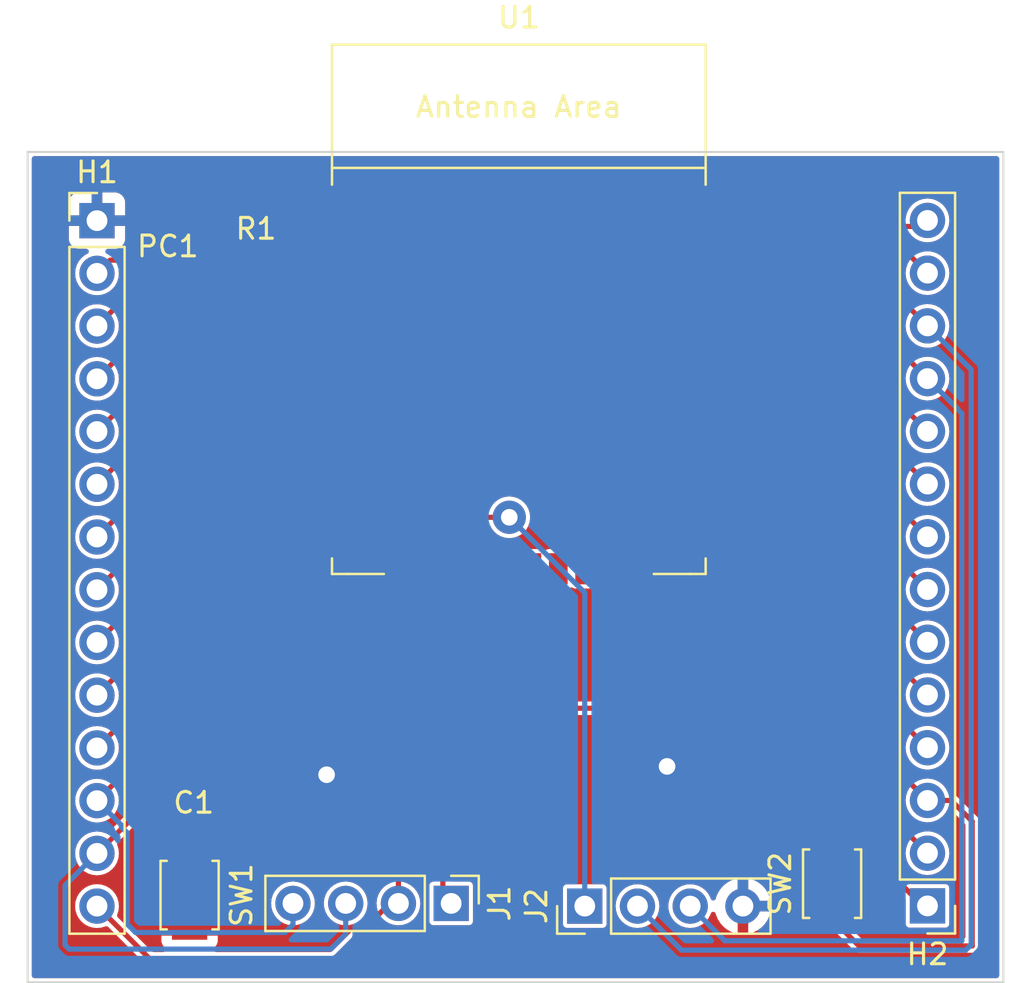
<source format=kicad_pcb>
(kicad_pcb (version 20211014) (generator pcbnew)
  (layers (0 "F.Cu" signal) (31 "B.Cu" signal) (34 "B.Paste" user) (35 "F.Paste" user) (36 "B.SilkS" user "B.Silkscreen") (37 "F.SilkS" user "F.Silkscreen") (38 "B.Mask" user) (39 "F.Mask" user) (44 "Edge.Cuts" user))
  (net 0 "")
  (net 8 "GND")
  (net 9 "Net-(C1-Pad2)")
  (net 10 "+3V3")
  (net 11 "/I36")
  (net 12 "/I39")
  (net 13 "/I34")
  (net 14 "/I35")
  (net 15 "/IO15")
  (net 16 "/IO13")
  (net 17 "/IO12")
  (net 18 "/IO14")
  (net 19 "/IO1")
  (net 20 "/IO3")
  (net 21 "/IO0")
  (net 22 "/IO33")
  (net 23 "/IO32")
  (net 24 "/IO25")
  (net 25 "/IO26")
  (net 26 "/IO27")
  (net 27 "/IO2")
  (net 28 "/IO4")
  (net 29 "/IO16")
  (net 30 "/IO17")
  (net 31 "/IO5")
  (net 32 "/IO18")
  (net 33 "/IO19")
  (net 34 "/IO21")
  (net 35 "/IO22")
  (net 36 "/IO23")
  (footprint "Connector_PinHeader_2.54mm:PinHeader_1x14_P2.54mm_Vertical" (layer "F.Cu") (at 93.345 100.32 180)
    (fp_text reference "H2" (at 0 -2.33) (layer "F.SilkS"))
    (fp_text value "Conn_01x14")
    (fp_line (start -1.33 34.35) (end 1.33 34.35) (layer "F.SilkS") (width 0.12))
    (fp_line (start -1.33 0) (end -1.33 -1.33) (layer "F.SilkS") (width 0.12))
    (fp_line (start 1.33 1.27) (end 1.33 34.35) (layer "F.SilkS") (width 0.12))
    (fp_line (start -1.33 1.27) (end 1.33 1.27) (layer "F.SilkS") (width 0.12))
    (fp_line (start -1.33 -1.33) (end 0 -1.33) (layer "F.SilkS") (width 0.12))
    (fp_line (start -1.33 1.27) (end -1.33 34.35) (layer "F.SilkS") (width 0.12))
    (pad "1" thru_hole rect (at 0 0 180) (size 1.7 1.7) (drill 1) (layers *.Cu *.Mask) (net 15 "/IO15"))
    (pad "2" thru_hole oval (at 0 2.54 180) (size 1.7 1.7) (drill 1) (layers *.Cu *.Mask) (net 27 "/IO2"))
    (pad "3" thru_hole oval (at 0 5.08 180) (size 1.7 1.7) (drill 1) (layers *.Cu *.Mask) (net 21 "/IO0"))
    (pad "4" thru_hole oval (at 0 7.62 180) (size 1.7 1.7) (drill 1) (layers *.Cu *.Mask) (net 28 "/IO4"))
    (pad "5" thru_hole oval (at 0 10.16 180) (size 1.7 1.7) (drill 1) (layers *.Cu *.Mask) (net 29 "/IO16"))
    (pad "6" thru_hole oval (at 0 12.7 180) (size 1.7 1.7) (drill 1) (layers *.Cu *.Mask) (net 30 "/IO17"))
    (pad "7" thru_hole oval (at 0 15.24 180) (size 1.7 1.7) (drill 1) (layers *.Cu *.Mask) (net 31 "/IO5"))
    (pad "8" thru_hole oval (at 0 17.78 180) (size 1.7 1.7) (drill 1) (layers *.Cu *.Mask) (net 32 "/IO18"))
    (pad "9" thru_hole oval (at 0 20.32 180) (size 1.7 1.7) (drill 1) (layers *.Cu *.Mask) (net 33 "/IO19"))
    (pad "10" thru_hole oval (at 0 22.86 180) (size 1.7 1.7) (drill 1) (layers *.Cu *.Mask) (net 34 "/IO21"))
    (pad "11" thru_hole oval (at 0 25.4 180) (size 1.7 1.7) (drill 1) (layers *.Cu *.Mask) (net 20 "/IO3"))
    (pad "12" thru_hole oval (at 0 27.94 180) (size 1.7 1.7) (drill 1) (layers *.Cu *.Mask) (net 19 "/IO1"))
    (pad "13" thru_hole oval (at 0 30.48 180) (size 1.7 1.7) (drill 1) (layers *.Cu *.Mask) (net 35 "/IO22"))
    (pad "14" thru_hole oval (at 0 33.02 180) (size 1.7 1.7) (drill 1) (layers *.Cu *.Mask) (net 36 "/IO23"))
  )
  (footprint "Connector_PinHeader_2.54mm:PinHeader_1x14_P2.54mm_Vertical" (layer "F.Cu") (at 53.34 67.31)
    (fp_text reference "H1" (at 0 -2.33) (layer "F.SilkS"))
    (fp_text value "Conn_01x14")
    (fp_line (start 1.33 1.27) (end 1.33 34.35) (layer "F.SilkS") (width 0.12))
    (fp_line (start -1.33 1.27) (end -1.33 34.35) (layer "F.SilkS") (width 0.12))
    (fp_line (start -1.33 0) (end -1.33 -1.33) (layer "F.SilkS") (width 0.12))
    (fp_line (start -1.33 34.35) (end 1.33 34.35) (layer "F.SilkS") (width 0.12))
    (fp_line (start -1.33 1.27) (end 1.33 1.27) (layer "F.SilkS") (width 0.12))
    (fp_line (start -1.33 -1.33) (end 0 -1.33) (layer "F.SilkS") (width 0.12))
    (pad "1" thru_hole rect (at 0 0) (size 1.7 1.7) (drill 1) (layers *.Cu *.Mask) (net 8 "GND"))
    (pad "2" thru_hole oval (at 0 2.54) (size 1.7 1.7) (drill 1) (layers *.Cu *.Mask) (net 10 "+3V3"))
    (pad "3" thru_hole oval (at 0 5.08) (size 1.7 1.7) (drill 1) (layers *.Cu *.Mask) (net 11 "/I36"))
    (pad "4" thru_hole oval (at 0 7.62) (size 1.7 1.7) (drill 1) (layers *.Cu *.Mask) (net 12 "/I39"))
    (pad "5" thru_hole oval (at 0 10.16) (size 1.7 1.7) (drill 1) (layers *.Cu *.Mask) (net 13 "/I34"))
    (pad "6" thru_hole oval (at 0 12.7) (size 1.7 1.7) (drill 1) (layers *.Cu *.Mask) (net 14 "/I35"))
    (pad "7" thru_hole oval (at 0 15.24) (size 1.7 1.7) (drill 1) (layers *.Cu *.Mask) (net 23 "/IO32"))
    (pad "8" thru_hole oval (at 0 17.78) (size 1.7 1.7) (drill 1) (layers *.Cu *.Mask) (net 22 "/IO33"))
    (pad "9" thru_hole oval (at 0 20.32) (size 1.7 1.7) (drill 1) (layers *.Cu *.Mask) (net 24 "/IO25"))
    (pad "10" thru_hole oval (at 0 22.86) (size 1.7 1.7) (drill 1) (layers *.Cu *.Mask) (net 25 "/IO26"))
    (pad "11" thru_hole oval (at 0 25.4) (size 1.7 1.7) (drill 1) (layers *.Cu *.Mask) (net 26 "/IO27"))
    (pad "12" thru_hole oval (at 0 27.94) (size 1.7 1.7) (drill 1) (layers *.Cu *.Mask) (net 18 "/IO14"))
    (pad "13" thru_hole oval (at 0 30.48) (size 1.7 1.7) (drill 1) (layers *.Cu *.Mask) (net 17 "/IO12"))
    (pad "14" thru_hole oval (at 0 33.02) (size 1.7 1.7) (drill 1) (layers *.Cu *.Mask) (net 16 "/IO13"))
  )
  (footprint "Capacitor_SMD:C_0201_0603Metric_Pad0.64x0.40mm_HandSolder" (layer "F.Cu") (at 56.75 67.5 180)
    (fp_text reference "PC1" (at 0 -1.05 180) (layer "F.SilkS"))
    (fp_text value "C")
    (pad "1" smd roundrect (at -0.4075 0 180) (size 0.635 0.4) (layers "F.Cu" "F.Mask") (net 10 "+3V3"))
    (pad "2" smd roundrect (at 0.4075 0 180) (size 0.635 0.4) (layers "F.Cu" "F.Mask") (net 8 "GND"))
  )
  (footprint "Espressif:ESP32-WROOM-32E" (layer "F.Cu") (at 73.66 73.33)
    (fp_text reference "U1" (at 0 -15.8) (layer "F.SilkS"))
    (fp_text value "ESP32-WROOM-E")
    (fp_text user "Antenna Area" (at 0 -11.5) (layer "F.SilkS"))
    (fp_line (start 9 10.25) (end 9 11) (layer "F.SilkS") (width 0.12))
    (fp_line (start 9 -8.56) (end -9 -8.56) (layer "F.SilkS") (width 0.12))
    (fp_line (start 9 11) (end 8.25 11) (layer "F.SilkS") (width 0.12))
    (fp_line (start -8.25 11) (end -6.5 11) (layer "F.SilkS") (width 0.12))
    (fp_line (start -9 11) (end -8.25 11) (layer "F.SilkS") (width 0.12))
    (fp_line (start -9 10.25) (end -9 11) (layer "F.SilkS") (width 0.12))
    (fp_line (start 9 -14.5) (end 9 -7.75) (layer "F.SilkS") (width 0.12))
    (fp_line (start 8.25 11) (end 6.5 11) (layer "F.SilkS") (width 0.12))
    (fp_line (start -9 -14.5) (end 9 -14.5) (layer "F.SilkS") (width 0.12))
    (fp_line (start -9 -14.5) (end -9 -7.75) (layer "F.SilkS") (width 0.12))
    (pad "1" smd rect locked (at -8.75 -7.01) (size 1.5 0.9) (layers "F.Cu" "F.Paste" "F.Mask") (net 8 "GND"))
    (pad "2" smd rect locked (at -8.75 -5.74) (size 1.5 0.9) (layers "F.Cu" "F.Paste" "F.Mask") (net 10 "+3V3"))
    (pad "3" smd rect locked (at -8.75 -4.47) (size 1.5 0.9) (layers "F.Cu" "F.Paste" "F.Mask") (net 9 "Net-(C1-Pad2)"))
    (pad "4" smd rect locked (at -8.75 -3.2) (size 1.5 0.9) (layers "F.Cu" "F.Paste" "F.Mask") (net 11 "/I36"))
    (pad "5" smd rect locked (at -8.75 -1.93) (size 1.5 0.9) (layers "F.Cu" "F.Paste" "F.Mask") (net 12 "/I39"))
    (pad "6" smd rect locked (at -8.75 -0.66) (size 1.5 0.9) (layers "F.Cu" "F.Paste" "F.Mask") (net 13 "/I34"))
    (pad "7" smd rect locked (at -8.75 0.61) (size 1.5 0.9) (layers "F.Cu" "F.Paste" "F.Mask") (net 14 "/I35"))
    (pad "8" smd rect locked (at -8.75 1.88) (size 1.5 0.9) (layers "F.Cu" "F.Paste" "F.Mask") (net 23 "/IO32"))
    (pad "9" smd rect locked (at -8.75 3.15) (size 1.5 0.9) (layers "F.Cu" "F.Paste" "F.Mask") (net 22 "/IO33"))
    (pad "10" smd rect locked (at -8.75 4.42) (size 1.5 0.9) (layers "F.Cu" "F.Paste" "F.Mask") (net 24 "/IO25"))
    (pad "11" smd rect locked (at -8.75 5.69) (size 1.5 0.9) (layers "F.Cu" "F.Paste" "F.Mask") (net 25 "/IO26"))
    (pad "12" smd rect locked (at -8.75 6.96) (size 1.5 0.9) (layers "F.Cu" "F.Paste" "F.Mask") (net 26 "/IO27"))
    (pad "13" smd rect locked (at -8.75 8.23) (size 1.5 0.9) (layers "F.Cu" "F.Paste" "F.Mask") (net 18 "/IO14"))
    (pad "14" smd rect locked (at -8.75 9.5) (size 1.5 0.9) (layers "F.Cu" "F.Paste" "F.Mask") (net 17 "/IO12"))
    (pad "15" smd rect locked (at -5.72 10.75 90) (size 1.5 0.9) (layers "F.Cu" "F.Paste" "F.Mask") (net 8 "GND"))
    (pad "16" smd rect locked (at -4.45 10.75 90) (size 1.5 0.9) (layers "F.Cu" "F.Paste" "F.Mask") (net 16 "/IO13"))
    (pad "17" smd rect locked (at -3.18 10.75 90) (size 1.5 0.9) (layers "F.Cu" "F.Paste" "F.Mask"))
    (pad "18" smd rect locked (at -1.91 10.75 90) (size 1.5 0.9) (layers "F.Cu" "F.Paste" "F.Mask"))
    (pad "19" smd rect locked (at -0.64 10.75 90) (size 1.5 0.9) (layers "F.Cu" "F.Paste" "F.Mask"))
    (pad "20" smd rect locked (at 0.63 10.75 90) (size 1.5 0.9) (layers "F.Cu" "F.Paste" "F.Mask"))
    (pad "21" smd rect locked (at 1.9 10.75 90) (size 1.5 0.9) (layers "F.Cu" "F.Paste" "F.Mask"))
    (pad "22" smd rect locked (at 3.17 10.75 90) (size 1.5 0.9) (layers "F.Cu" "F.Paste" "F.Mask"))
    (pad "23" smd rect locked (at 4.44 10.75 90) (size 1.5 0.9) (layers "F.Cu" "F.Paste" "F.Mask") (net 15 "/IO15"))
    (pad "24" smd rect locked (at 5.71 10.75 90) (size 1.5 0.9) (layers "F.Cu" "F.Paste" "F.Mask") (net 27 "/IO2"))
    (pad "25" smd rect locked (at 8.75 9.5 180) (size 1.5 0.9) (layers "F.Cu" "F.Paste" "F.Mask") (net 21 "/IO0"))
    (pad "26" smd rect locked (at 8.75 8.23 180) (size 1.5 0.9) (layers "F.Cu" "F.Paste" "F.Mask") (net 28 "/IO4"))
    (pad "27" smd rect locked (at 8.75 6.96 180) (size 1.5 0.9) (layers "F.Cu" "F.Paste" "F.Mask") (net 29 "/IO16"))
    (pad "28" smd rect locked (at 8.75 5.69 180) (size 1.5 0.9) (layers "F.Cu" "F.Paste" "F.Mask") (net 30 "/IO17"))
    (pad "29" smd rect locked (at 8.75 4.42 180) (size 1.5 0.9) (layers "F.Cu" "F.Paste" "F.Mask") (net 31 "/IO5"))
    (pad "30" smd rect locked (at 8.75 3.15 180) (size 1.5 0.9) (layers "F.Cu" "F.Paste" "F.Mask") (net 32 "/IO18"))
    (pad "31" smd rect locked (at 8.75 1.88 180) (size 1.5 0.9) (layers "F.Cu" "F.Paste" "F.Mask") (net 33 "/IO19"))
    (pad "32" smd rect locked (at 8.75 0.61 180) (size 1.5 0.9) (layers "F.Cu" "F.Paste" "F.Mask"))
    (pad "33" smd rect locked (at 8.75 -0.66 180) (size 1.5 0.9) (layers "F.Cu" "F.Paste" "F.Mask") (net 34 "/IO21"))
    (pad "34" smd rect locked (at 8.75 -1.93 180) (size 1.5 0.9) (layers "F.Cu" "F.Paste" "F.Mask") (net 20 "/IO3"))
    (pad "35" smd rect locked (at 8.75 -3.2 180) (size 1.5 0.9) (layers "F.Cu" "F.Paste" "F.Mask") (net 19 "/IO1"))
    (pad "36" smd rect locked (at 8.75 -4.47 180) (size 1.5 0.9) (layers "F.Cu" "F.Paste" "F.Mask") (net 35 "/IO22"))
    (pad "37" smd rect locked (at 8.75 -5.74 180) (size 1.5 0.9) (layers "F.Cu" "F.Paste" "F.Mask") (net 36 "/IO23"))
    (pad "38" smd rect locked (at 8.75 -7.01 180) (size 1.5 0.9) (layers "F.Cu" "F.Paste" "F.Mask") (net 8 "GND"))
    (pad "39" smd rect locked (at -0.68 1.855 180) (size 1.05 1.05) (layers "F.Cu" "F.Paste" "F.Mask") (net 8 "GND"))
    (pad "39" smd rect locked (at 0.845 1.855 180) (size 1.05 1.05) (layers "F.Cu" "F.Paste" "F.Mask") (net 8 "GND"))
    (pad "39" smd rect locked (at -2.205 0.33 180) (size 1.05 1.05) (layers "F.Cu" "F.Paste" "F.Mask") (net 8 "GND"))
    (pad "39" smd rect locked (at -0.68 -1.195 180) (size 1.05 1.05) (layers "F.Cu" "F.Paste" "F.Mask") (net 8 "GND"))
    (pad "39" smd rect locked (at 0.845 0.33 180) (size 1.05 1.05) (layers "F.Cu" "F.Paste" "F.Mask") (net 8 "GND"))
    (pad "39" smd rect locked (at -2.205 1.855 180) (size 1.05 1.05) (layers "F.Cu" "F.Paste" "F.Mask") (net 8 "GND"))
    (pad "39" smd rect locked (at -2.205 -1.195 180) (size 1.05 1.05) (layers "F.Cu" "F.Paste" "F.Mask") (net 8 "GND"))
    (pad "39" smd rect locked (at -0.68 0.33 180) (size 1.05 1.05) (layers "F.Cu" "F.Paste" "F.Mask") (net 8 "GND"))
    (pad "39" smd rect locked (at 0.845 -1.195 180) (size 1.05 1.05) (layers "F.Cu" "F.Paste" "F.Mask") (net 8 "GND"))
  )
  (footprint "Capacitor_SMD:C_0201_0603Metric_Pad0.64x0.40mm_HandSolder" (layer "F.Cu") (at 58 96.4)
    (fp_text reference "C1" (at 0 -1.05) (layer "F.SilkS"))
    (fp_text value "1 uF")
    (pad "1" smd roundrect locked (at -0.4075 0) (size 0.635 0.4) (layers "F.Cu" "F.Mask") (net 8 "GND"))
    (pad "2" smd roundrect locked (at 0.4075 0) (size 0.635 0.4) (layers "F.Cu" "F.Mask") (net 9 "Net-(C1-Pad2)"))
  )
  (footprint "Connector_PinHeader_2.54mm:PinHeader_1x04_P2.54mm_Vertical" (layer "F.Cu") (at 70.4 100.2 -90)
    (fp_text reference "J1" (at 0 -2.33 90) (layer "F.SilkS"))
    (fp_text value "JTAG")
    (fp_line (start -1.33 8.95) (end 1.33 8.95) (layer "F.SilkS") (width 0.12))
    (fp_line (start -1.33 0) (end -1.33 -1.33) (layer "F.SilkS") (width 0.12))
    (fp_line (start -1.33 -1.33) (end 0 -1.33) (layer "F.SilkS") (width 0.12))
    (fp_line (start -1.33 1.27) (end 1.33 1.27) (layer "F.SilkS") (width 0.12))
    (fp_line (start 1.33 1.27) (end 1.33 8.95) (layer "F.SilkS") (width 0.12))
    (fp_line (start -1.33 1.27) (end -1.33 8.95) (layer "F.SilkS") (width 0.12))
    (pad "1" thru_hole rect (at 0 0 270) (size 1.7 1.7) (drill 1) (layers *.Cu *.Mask) (net 15 "/IO15"))
    (pad "2" thru_hole oval (at 0 2.54 270) (size 1.7 1.7) (drill 1) (layers *.Cu *.Mask) (net 16 "/IO13"))
    (pad "3" thru_hole oval (at 0 5.08 270) (size 1.7 1.7) (drill 1) (layers *.Cu *.Mask) (net 17 "/IO12"))
    (pad "4" thru_hole oval (at 0 7.62 270) (size 1.7 1.7) (drill 1) (layers *.Cu *.Mask) (net 18 "/IO14"))
  )
  (footprint "Button_Switch_SMD:SW_SPST_B3U-1000P" (layer "F.Cu") (at 88.75 99.25 90)
    (fp_text reference "SW2" (at 0 -2.5 90) (layer "F.SilkS"))
    (fp_text value "SW_Push")
    (fp_line (start -1.65 1.4) (end 1.65 1.4) (layer "F.SilkS") (width 0.12))
    (fp_line (start -1.65 -1.4) (end 1.65 -1.4) (layer "F.SilkS") (width 0.12))
    (fp_line (start -1.65 1.1) (end -1.65 1.4) (layer "F.SilkS") (width 0.12))
    (fp_line (start 1.65 1.4) (end 1.65 1.1) (layer "F.SilkS") (width 0.12))
    (fp_line (start -1.65 -1.1) (end -1.65 -1.4) (layer "F.SilkS") (width 0.12))
    (fp_line (start 1.65 -1.4) (end 1.65 -1.1) (layer "F.SilkS") (width 0.12))
    (pad "1" smd rect (at -1.7 0 90) (size 0.9 1.7) (layers "F.Cu" "F.Paste" "F.Mask") (net 21 "/IO0"))
    (pad "2" smd rect (at 1.7 0 90) (size 0.9 1.7) (layers "F.Cu" "F.Paste" "F.Mask") (net 8 "GND"))
  )
  (footprint "Resistor_SMD:R_0201_0603Metric_Pad0.64x0.40mm_HandSolder" (layer "F.Cu") (at 61 68.75)
    (fp_text reference "R1" (at 0 -1.05) (layer "F.SilkS"))
    (fp_text value "10K")
    (pad "1" smd roundrect (at -0.4075 0) (size 0.635 0.4) (layers "F.Cu" "F.Mask") (net 10 "+3V3"))
    (pad "2" smd roundrect (at 0.4075 0) (size 0.635 0.4) (layers "F.Cu" "F.Mask") (net 9 "Net-(C1-Pad2)"))
  )
  (footprint "Button_Switch_SMD:SW_SPST_B3U-1000P" (layer "F.Cu") (at 57.8 99.8 -90)
    (fp_text reference "SW1" (at 0 -2.5 90) (layer "F.SilkS"))
    (fp_text value "SW_Push")
    (fp_line (start 1.65 1.4) (end 1.65 1.1) (layer "F.SilkS") (width 0.12))
    (fp_line (start -1.65 -1.1) (end -1.65 -1.4) (layer "F.SilkS") (width 0.12))
    (fp_line (start 1.65 -1.4) (end 1.65 -1.1) (layer "F.SilkS") (width 0.12))
    (fp_line (start -1.65 1.4) (end 1.65 1.4) (layer "F.SilkS") (width 0.12))
    (fp_line (start -1.65 -1.4) (end 1.65 -1.4) (layer "F.SilkS") (width 0.12))
    (fp_line (start -1.65 1.1) (end -1.65 1.4) (layer "F.SilkS") (width 0.12))
    (pad "1" smd rect (at -1.7 0 270) (size 0.9 1.7) (layers "F.Cu" "F.Paste" "F.Mask") (net 9 "Net-(C1-Pad2)"))
    (pad "2" smd rect (at 1.7 0 270) (size 0.9 1.7) (layers "F.Cu" "F.Paste" "F.Mask") (net 8 "GND"))
  )
  (footprint "Connector_PinHeader_2.54mm:PinHeader_1x04_P2.54mm_Vertical" (layer "F.Cu") (at 76.835 100.33 90)
    (fp_text reference "J2" (at 0 -2.33 90) (layer "F.SilkS"))
    (fp_text value "UART")
    (fp_line (start -1.33 1.27) (end 1.33 1.27) (layer "F.SilkS") (width 0.12))
    (fp_line (start -1.33 0) (end -1.33 -1.33) (layer "F.SilkS") (width 0.12))
    (fp_line (start -1.33 -1.33) (end 0 -1.33) (layer "F.SilkS") (width 0.12))
    (fp_line (start -1.33 1.27) (end -1.33 8.95) (layer "F.SilkS") (width 0.12))
    (fp_line (start 1.33 1.27) (end 1.33 8.95) (layer "F.SilkS") (width 0.12))
    (fp_line (start -1.33 8.95) (end 1.33 8.95) (layer "F.SilkS") (width 0.12))
    (pad "1" thru_hole rect (at 0 0 90) (size 1.7 1.7) (drill 1) (layers *.Cu *.Mask) (net 10 "+3V3"))
    (pad "2" thru_hole oval (at 0 2.54 90) (size 1.7 1.7) (drill 1) (layers *.Cu *.Mask) (net 19 "/IO1"))
    (pad "3" thru_hole oval (at 0 5.08 90) (size 1.7 1.7) (drill 1) (layers *.Cu *.Mask) (net 20 "/IO3"))
    (pad "4" thru_hole oval (at 0 7.62 90) (size 1.7 1.7) (drill 1) (layers *.Cu *.Mask) (net 8 "GND"))
  )
  (gr_line (start 50 64) (end 97 64) (layer "Edge.Cuts") (width 0.1))
  (gr_line (start 97 64) (end 97 104) (layer "Edge.Cuts") (width 0.1))
  (gr_line (start 97 104) (end 50 104) (layer "Edge.Cuts") (width 0.1))
  (gr_line (start 50 104) (end 50 64) (layer "Edge.Cuts") (width 0.1))
  (segment (start 71.455 73.995) (end 71.12 73.66) (width 0.25) (layer "F.Cu") (net 8))
  (segment (start 64.91 66.535) (end 64.77 66.675) (width 0.25) (layer "F.Cu") (net 8))
  (segment (start 64.91 66.32) (end 64.91 66.535) (width 0.25) (layer "F.Cu") (net 8))
  (via (at 80.8 93.6) (size 1.6) (drill 0.8) (layers "F.Cu" "B.Cu") (net 8))
  (via (at 64.4 94) (size 1.6) (drill 0.8) (layers "F.Cu" "B.Cu") (net 8))
  (segment (start 58.4075 96.4) (end 58.4 96.3925) (width 0.25) (layer "F.Cu") (net 9))
  (segment (start 62 68.75) (end 62.11 68.86) (width 0.25) (layer "F.Cu") (net 9))
  (segment (start 62 68.75) (end 61.4075 68.75) (width 0.25) (layer "F.Cu") (net 9))
  (segment (start 58.4 96.3925) (end 58.4 95.1) (width 0.25) (layer "F.Cu") (net 9))
  (segment (start 58.4 95.1) (end 66.4 87.1) (width 0.25) (layer "F.Cu") (net 9))
  (segment (start 66.4 69.2) (end 66.06 68.86) (width 0.25) (layer "F.Cu") (net 9))
  (segment (start 62.11 68.86) (end 64.91 68.86) (width 0.25) (layer "F.Cu") (net 9))
  (segment (start 58.4075 97.4925) (end 58.4075 96.4) (width 0.25) (layer "F.Cu") (net 9))
  (segment (start 57.8 98.1) (end 58.4075 97.4925) (width 0.25) (layer "F.Cu") (net 9))
  (segment (start 66.06 68.86) (end 64.91 68.86) (width 0.25) (layer "F.Cu") (net 9))
  (segment (start 66.4 87.1) (end 66.4 69.2) (width 0.25) (layer "F.Cu") (net 9))
  (segment (start 57.5575 67.945) (end 57.5575 67.9) (width 0.25) (layer "F.Cu") (net 10))
  (segment (start 57.5575 67.945) (end 59.055 67.945) (width 0.25) (layer "F.Cu") (net 10))
  (segment (start 59.41 67.59) (end 64.91 67.59) (width 0.25) (layer "F.Cu") (net 10))
  (segment (start 53.34 69.85) (end 53.975 69.215) (width 0.25) (layer "F.Cu") (net 10))
  (segment (start 60.1275 69.215) (end 60.5925 68.75) (width 0.25) (layer "F.Cu") (net 10))
  (segment (start 57.785 69.215) (end 60.1275 69.215) (width 0.25) (layer "F.Cu") (net 10))
  (segment (start 57.5575 67.9) (end 57.1575 67.5) (width 0.25) (layer "F.Cu") (net 10))
  (segment (start 57.785 69.215) (end 59.41 67.59) (width 0.25) (layer "F.Cu") (net 10))
  (segment (start 68 80.4) (end 69.2 81.6) (width 0.25) (layer "F.Cu") (net 10))
  (segment (start 69.2 81.6) (end 73.2 81.6) (width 0.25) (layer "F.Cu") (net 10))
  (segment (start 66.79 67.59) (end 68 68.8) (width 0.25) (layer "F.Cu") (net 10))
  (segment (start 59.055 67.945) (end 59.41 67.59) (width 0.25) (layer "F.Cu") (net 10))
  (segment (start 53.975 69.215) (end 57.785 69.215) (width 0.25) (layer "F.Cu") (net 10))
  (segment (start 68 68.8) (end 68 80.4) (width 0.25) (layer "F.Cu") (net 10))
  (segment (start 64.91 67.59) (end 66.79 67.59) (width 0.25) (layer "F.Cu") (net 10))
  (via (at 73.2 81.6) (size 1.6) (drill 0.8) (layers "F.Cu" "B.Cu") (net 10))
  (segment (start 76.835 85.235) (end 76.835 100.33) (width 0.25) (layer "B.Cu") (net 10))
  (segment (start 73.2 81.6) (end 76.835 85.235) (width 0.25) (layer "B.Cu") (net 10))
  (segment (start 64.91 70.13) (end 55.6 70.13) (width 0.25) (layer "F.Cu") (net 11))
  (segment (start 55.6 70.13) (end 53.34 72.39) (width 0.25) (layer "F.Cu") (net 11))
  (segment (start 64.91 71.4) (end 56.87 71.4) (width 0.25) (layer "F.Cu") (net 12))
  (segment (start 56.87 71.4) (end 53.34 74.93) (width 0.25) (layer "F.Cu") (net 12))
  (segment (start 64.91 72.67) (end 58.14 72.67) (width 0.25) (layer "F.Cu") (net 13))
  (segment (start 58.14 72.67) (end 53.34 77.47) (width 0.25) (layer "F.Cu") (net 13))
  (segment (start 65.05 73.94) (end 65.405 74.295) (width 0.25) (layer "F.Cu") (net 14))
  (segment (start 59.41 73.94) (end 53.34 80.01) (width 0.25) (layer "F.Cu") (net 14))
  (segment (start 64.91 73.94) (end 65.05 73.94) (width 0.25) (layer "F.Cu") (net 14))
  (segment (start 64.91 73.94) (end 59.41 73.94) (width 0.25) (layer "F.Cu") (net 14))
  (segment (start 70 99.8) (end 70.4 100.2) (width 0.25) (layer "F.Cu") (net 15))
  (segment (start 78.1 90.7) (end 78.1 90.81) (width 0.25) (layer "F.Cu") (net 15))
  (segment (start 91.6 98) (end 91.6 98.8) (width 0.25) (layer "F.Cu") (net 15))
  (segment (start 91.6 98.8) (end 93.12 100.32) (width 0.25) (layer "F.Cu") (net 15))
  (segment (start 78 90.8) (end 75.6 90.8) (width 0.25) (layer "F.Cu") (net 15))
  (segment (start 75.6 90.8) (end 70 96.4) (width 0.25) (layer "F.Cu") (net 15))
  (segment (start 70 96.4) (end 70 99.8) (width 0.25) (layer "F.Cu") (net 15))
  (segment (start 93.12 100.32) (end 93.345 100.32) (width 0.25) (layer "F.Cu") (net 15))
  (segment (start 78.1 84.08) (end 78.1 84.5) (width 0.25) (layer "F.Cu") (net 15))
  (segment (start 78.1 84.5) (end 91.6 98) (width 0.25) (layer "F.Cu") (net 15))
  (segment (start 78.1 84.08) (end 78.1 90.7) (width 0.25) (layer "F.Cu") (net 15))
  (segment (start 78.1 90.7) (end 78 90.8) (width 0.25) (layer "F.Cu") (net 15))
  (segment (start 69.21 84.45) (end 69.215 84.455) (width 0.25) (layer "F.Cu") (net 16))
  (segment (start 69.215 84.455) (end 69.215 95.885) (width 0.25) (layer "F.Cu") (net 16))
  (segment (start 69.215 95.885) (end 67.86 97.24) (width 0.25) (layer "F.Cu") (net 16))
  (segment (start 67.86 97.24) (end 67.86 100.2) (width 0.25) (layer "F.Cu") (net 16))
  (segment (start 64.77 102.87) (end 67.44 100.2) (width 0.25) (layer "F.Cu") (net 16))
  (segment (start 55.88 102.87) (end 64.77 102.87) (width 0.25) (layer "F.Cu") (net 16))
  (segment (start 69.21 84.08) (end 69.21 84.45) (width 0.25) (layer "F.Cu") (net 16))
  (segment (start 67.44 100.2) (end 67.86 100.2) (width 0.25) (layer "F.Cu") (net 16))
  (segment (start 69.21 84.08) (end 69.21 83.825) (width 0.25) (layer "F.Cu") (net 16))
  (segment (start 69.21 83.825) (end 69.215 83.82) (width 0.25) (layer "F.Cu") (net 16))
  (segment (start 53.34 100.33) (end 55.88 102.87) (width 0.25) (layer "F.Cu") (net 16))
  (segment (start 67.86 100.2) (end 67.73 100.33) (width 0.25) (layer "B.Cu") (net 16))
  (segment (start 64.91 86.22) (end 53.34 97.79) (width 0.25) (layer "F.Cu") (net 17))
  (segment (start 64.91 82.83) (end 64.91 86.22) (width 0.25) (layer "F.Cu") (net 17))
  (segment (start 65.32 101.68) (end 65.32 100.2) (width 0.25) (layer "B.Cu") (net 17))
  (segment (start 53.34 98.34) (end 53.34 97.79) (width 0.25) (layer "B.Cu") (net 17))
  (segment (start 64.6 102.4) (end 65.32 101.68) (width 0.25) (layer "B.Cu") (net 17))
  (segment (start 52 102.4) (end 64.6 102.4) (width 0.25) (layer "B.Cu") (net 17))
  (segment (start 51.8 99.33) (end 51.8 102.2) (width 0.25) (layer "B.Cu") (net 17))
  (segment (start 51.8 102.2) (end 52 102.4) (width 0.25) (layer "B.Cu") (net 17))
  (segment (start 53.34 97.79) (end 51.8 99.33) (width 0.25) (layer "B.Cu") (net 17))
  (segment (start 64.49 81.56) (end 64.91 81.56) (width 0.25) (layer "F.Cu") (net 18))
  (segment (start 63.5 85.09) (end 63.5 82.55) (width 0.25) (layer "F.Cu") (net 18))
  (segment (start 53.34 95.25) (end 63.5 85.09) (width 0.25) (layer "F.Cu") (net 18))
  (segment (start 63.5 82.55) (end 64.49 81.56) (width 0.25) (layer "F.Cu") (net 18))
  (segment (start 55.2 101.6) (end 62.4 101.6) (width 0.25) (layer "B.Cu") (net 18))
  (segment (start 62.4 101.6) (end 62.78 101.22) (width 0.25) (layer "B.Cu") (net 18))
  (segment (start 62.78 101.22) (end 62.78 100.2) (width 0.25) (layer "B.Cu") (net 18))
  (segment (start 54.515 96.515) (end 54.8 96.8) (width 0.25) (layer "B.Cu") (net 18))
  (segment (start 54.515 96.425) (end 54.515 96.515) (width 0.25) (layer "B.Cu") (net 18))
  (segment (start 53.34 95.25) (end 54.515 96.425) (width 0.25) (layer "B.Cu") (net 18))
  (segment (start 54.8 96.8) (end 54.8 101.2) (width 0.25) (layer "B.Cu") (net 18))
  (segment (start 54.8 101.2) (end 55.2 101.6) (width 0.25) (layer "B.Cu") (net 18))
  (segment (start 91.095 70.13) (end 82.41 70.13) (width 0.25) (layer "F.Cu") (net 19))
  (segment (start 93.345 72.38) (end 91.095 70.13) (width 0.25) (layer "F.Cu") (net 19))
  (segment (start 81.495 102.45) (end 95.186396 102.45) (width 0.25) (layer "B.Cu") (net 19))
  (segment (start 95.186396 102.45) (end 95.45 102.186396) (width 0.25) (layer "B.Cu") (net 19))
  (segment (start 79.375 100.33) (end 81.495 102.45) (width 0.25) (layer "B.Cu") (net 19))
  (segment (start 95.45 74.485) (end 93.345 72.38) (width 0.25) (layer "B.Cu") (net 19))
  (segment (start 95.45 102.186396) (end 95.45 74.485) (width 0.25) (layer "B.Cu") (net 19))
  (segment (start 89.825 71.4) (end 82.41 71.4) (width 0.25) (layer "F.Cu") (net 20))
  (segment (start 93.345 74.92) (end 89.825 71.4) (width 0.25) (layer "F.Cu") (net 20))
  (segment (start 94.8 76.4) (end 95 76.6) (width 0.25) (layer "B.Cu") (net 20))
  (segment (start 83.585 102) (end 81.915 100.33) (width 0.25) (layer "B.Cu") (net 20))
  (segment (start 93.345 74.92) (end 94.8 76.375) (width 0.25) (layer "B.Cu") (net 20))
  (segment (start 95 76.6) (end 95 102) (width 0.25) (layer "B.Cu") (net 20))
  (segment (start 95 102) (end 83.585 102) (width 0.25) (layer "B.Cu") (net 20))
  (segment (start 94.8 76.375) (end 94.8 76.4) (width 0.25) (layer "B.Cu") (net 20))
  (segment (start 95.5 96.25) (end 95.5 102.25) (width 0.25) (layer "F.Cu") (net 21))
  (segment (start 90.05 102.25) (end 88.75 100.95) (width 0.25) (layer "F.Cu") (net 21))
  (segment (start 95.5 102.25) (end 90.05 102.25) (width 0.25) (layer "F.Cu") (net 21))
  (segment (start 82.41 84.305) (end 82.41 82.83) (width 0.25) (layer "F.Cu") (net 21))
  (segment (start 94.49 95.24) (end 95.5 96.25) (width 0.25) (layer "F.Cu") (net 21))
  (segment (start 93.345 95.24) (end 94.49 95.24) (width 0.25) (layer "F.Cu") (net 21))
  (segment (start 93.345 95.24) (end 82.41 84.305) (width 0.25) (layer "F.Cu") (net 21))
  (segment (start 61.95 76.48) (end 53.34 85.09) (width 0.25) (layer "F.Cu") (net 22))
  (segment (start 64.91 76.48) (end 61.95 76.48) (width 0.25) (layer "F.Cu") (net 22))
  (segment (start 64.91 75.21) (end 60.68 75.21) (width 0.25) (layer "F.Cu") (net 23))
  (segment (start 60.68 75.21) (end 53.34 82.55) (width 0.25) (layer "F.Cu") (net 23))
  (segment (start 63.22 77.75) (end 53.34 87.63) (width 0.25) (layer "F.Cu") (net 24))
  (segment (start 64.91 77.75) (end 63.22 77.75) (width 0.25) (layer "F.Cu") (net 24))
  (segment (start 64.91 79.02) (end 64.49 79.02) (width 0.25) (layer "F.Cu") (net 25))
  (segment (start 55.245 88.265) (end 55.245 87.63) (width 0.25) (layer "F.Cu") (net 25))
  (segment (start 55.3 87.63) (end 55.245 87.63) (width 0.25) (layer "F.Cu") (net 25))
  (segment (start 63.91 79.02) (end 55.3 87.63) (width 0.25) (layer "F.Cu") (net 25))
  (segment (start 53.34 90.17) (end 55.245 88.265) (width 0.25) (layer "F.Cu") (net 25))
  (segment (start 64.91 79.02) (end 63.91 79.02) (width 0.25) (layer "F.Cu") (net 25))
  (segment (start 62.23 82.55) (end 64.49 80.29) (width 0.25) (layer "F.Cu") (net 26))
  (segment (start 64.49 80.29) (end 64.91 80.29) (width 0.25) (layer "F.Cu") (net 26))
  (segment (start 53.34 92.71) (end 62.23 83.82) (width 0.25) (layer "F.Cu") (net 26))
  (segment (start 62.23 83.82) (end 62.23 82.55) (width 0.25) (layer "F.Cu") (net 26))
  (segment (start 79.37 84.08) (end 79.645 84.08) (width 0.25) (layer "F.Cu") (net 27))
  (segment (start 79.645 84.08) (end 93.345 97.78) (width 0.25) (layer "F.Cu") (net 27))
  (segment (start 84.455 83.82) (end 84.455 82.55) (width 0.25) (layer "F.Cu") (net 28))
  (segment (start 93.345 92.71) (end 84.455 83.82) (width 0.25) (layer "F.Cu") (net 28))
  (segment (start 84.455 82.55) (end 83.465 81.56) (width 0.25) (layer "F.Cu") (net 28))
  (segment (start 93.345 92.7) (end 93.345 92.71) (width 0.25) (layer "F.Cu") (net 28))
  (segment (start 83.465 81.56) (end 82.41 81.56) (width 0.25) (layer "F.Cu") (net 28))
  (segment (start 93.345 90.16) (end 83.475 80.29) (width 0.25) (layer "F.Cu") (net 29))
  (segment (start 83.475 80.29) (end 82.41 80.29) (width 0.25) (layer "F.Cu") (net 29))
  (segment (start 93.345 87.62) (end 84.745 79.02) (width 0.25) (layer "F.Cu") (net 30))
  (segment (start 84.745 79.02) (end 82.41 79.02) (width 0.25) (layer "F.Cu") (net 30))
  (segment (start 86.015 77.75) (end 82.41 77.75) (width 0.25) (layer "F.Cu") (net 31))
  (segment (start 93.345 85.08) (end 86.015 77.75) (width 0.25) (layer "F.Cu") (net 31))
  (segment (start 87.285 76.48) (end 82.41 76.48) (width 0.25) (layer "F.Cu") (net 32))
  (segment (start 93.345 82.54) (end 87.285 76.48) (width 0.25) (layer "F.Cu") (net 32))
  (segment (start 93.345 80) (end 88.555 75.21) (width 0.25) (layer "F.Cu") (net 33))
  (segment (start 88.555 75.21) (end 82.41 75.21) (width 0.25) (layer "F.Cu") (net 33))
  (segment (start 93.345 77.46) (end 88.555 72.67) (width 0.25) (layer "F.Cu") (net 34))
  (segment (start 88.555 72.67) (end 82.41 72.67) (width 0.25) (layer "F.Cu") (net 34))
  (segment (start 82.41 68.86) (end 92.365 68.86) (width 0.25) (layer "F.Cu") (net 35))
  (segment (start 92.365 68.86) (end 93.345 69.84) (width 0.25) (layer "F.Cu") (net 35))
  (segment (start 82.41 67.59) (end 93.055 67.59) (width 0.25) (layer "F.Cu") (net 36))
  (segment (start 93.055 67.59) (end 93.345 67.3) (width 0.25) (layer "F.Cu") (net 36))
  (zone (net 8) (net_name "GND") (layers F&B.Cu) (connect_pads (clearance 0.2)) (min_thickness 0.254) (fill yes (thermal_gap 0.508) (thermal_bridge_width 0.508))
    (polygon (pts (xy 97 104) (xy 50 104) (xy 50 64) (xy 97 64)))
  )
)
</source>
